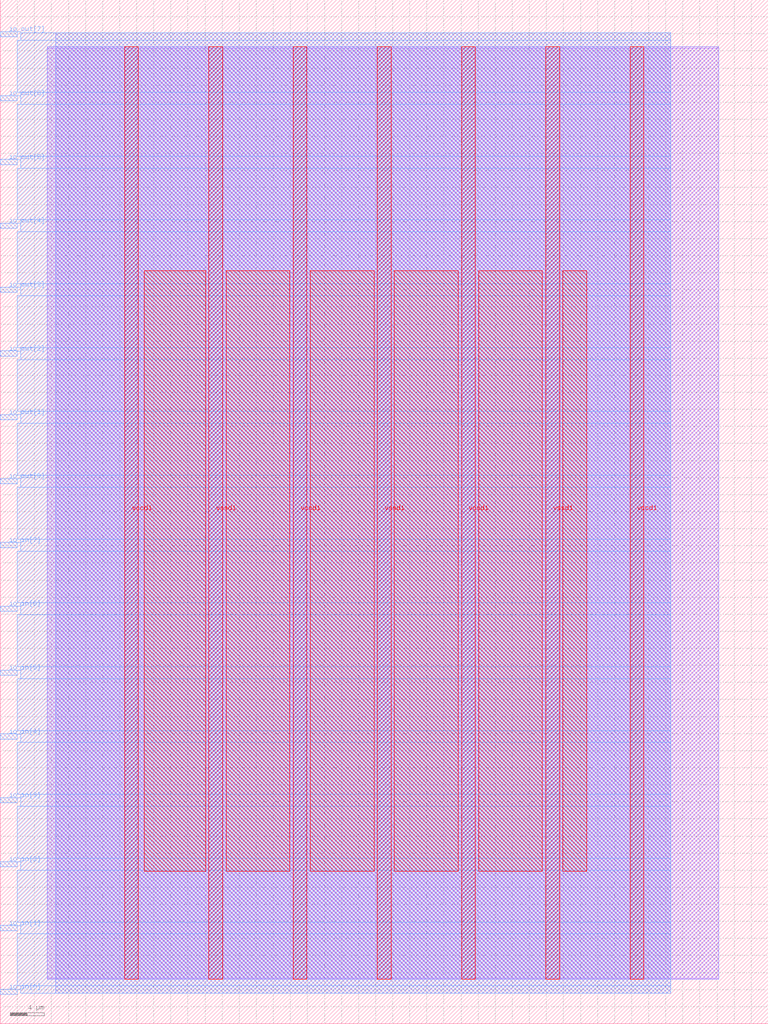
<source format=lef>
VERSION 5.7 ;
  NOWIREEXTENSIONATPIN ON ;
  DIVIDERCHAR "/" ;
  BUSBITCHARS "[]" ;
MACRO chase_the_beat
  CLASS BLOCK ;
  FOREIGN chase_the_beat ;
  ORIGIN 0.000 0.000 ;
  SIZE 90.000 BY 120.000 ;
  PIN io_in[0]
    DIRECTION INPUT ;
    USE SIGNAL ;
    PORT
      LAYER met3 ;
        RECT 0.000 3.440 2.000 4.040 ;
    END
  END io_in[0]
  PIN io_in[1]
    DIRECTION INPUT ;
    USE SIGNAL ;
    PORT
      LAYER met3 ;
        RECT 0.000 10.920 2.000 11.520 ;
    END
  END io_in[1]
  PIN io_in[2]
    DIRECTION INPUT ;
    USE SIGNAL ;
    PORT
      LAYER met3 ;
        RECT 0.000 18.400 2.000 19.000 ;
    END
  END io_in[2]
  PIN io_in[3]
    DIRECTION INPUT ;
    USE SIGNAL ;
    PORT
      LAYER met3 ;
        RECT 0.000 25.880 2.000 26.480 ;
    END
  END io_in[3]
  PIN io_in[4]
    DIRECTION INPUT ;
    USE SIGNAL ;
    PORT
      LAYER met3 ;
        RECT 0.000 33.360 2.000 33.960 ;
    END
  END io_in[4]
  PIN io_in[5]
    DIRECTION INPUT ;
    USE SIGNAL ;
    PORT
      LAYER met3 ;
        RECT 0.000 40.840 2.000 41.440 ;
    END
  END io_in[5]
  PIN io_in[6]
    DIRECTION INPUT ;
    USE SIGNAL ;
    PORT
      LAYER met3 ;
        RECT 0.000 48.320 2.000 48.920 ;
    END
  END io_in[6]
  PIN io_in[7]
    DIRECTION INPUT ;
    USE SIGNAL ;
    PORT
      LAYER met3 ;
        RECT 0.000 55.800 2.000 56.400 ;
    END
  END io_in[7]
  PIN io_out[0]
    DIRECTION OUTPUT TRISTATE ;
    USE SIGNAL ;
    PORT
      LAYER met3 ;
        RECT 0.000 63.280 2.000 63.880 ;
    END
  END io_out[0]
  PIN io_out[1]
    DIRECTION OUTPUT TRISTATE ;
    USE SIGNAL ;
    PORT
      LAYER met3 ;
        RECT 0.000 70.760 2.000 71.360 ;
    END
  END io_out[1]
  PIN io_out[2]
    DIRECTION OUTPUT TRISTATE ;
    USE SIGNAL ;
    PORT
      LAYER met3 ;
        RECT 0.000 78.240 2.000 78.840 ;
    END
  END io_out[2]
  PIN io_out[3]
    DIRECTION OUTPUT TRISTATE ;
    USE SIGNAL ;
    PORT
      LAYER met3 ;
        RECT 0.000 85.720 2.000 86.320 ;
    END
  END io_out[3]
  PIN io_out[4]
    DIRECTION OUTPUT TRISTATE ;
    USE SIGNAL ;
    PORT
      LAYER met3 ;
        RECT 0.000 93.200 2.000 93.800 ;
    END
  END io_out[4]
  PIN io_out[5]
    DIRECTION OUTPUT TRISTATE ;
    USE SIGNAL ;
    PORT
      LAYER met3 ;
        RECT 0.000 100.680 2.000 101.280 ;
    END
  END io_out[5]
  PIN io_out[6]
    DIRECTION OUTPUT TRISTATE ;
    USE SIGNAL ;
    PORT
      LAYER met3 ;
        RECT 0.000 108.160 2.000 108.760 ;
    END
  END io_out[6]
  PIN io_out[7]
    DIRECTION OUTPUT TRISTATE ;
    USE SIGNAL ;
    PORT
      LAYER met3 ;
        RECT 0.000 115.640 2.000 116.240 ;
    END
  END io_out[7]
  PIN vccd1
    DIRECTION INOUT ;
    USE POWER ;
    PORT
      LAYER met4 ;
        RECT 14.590 5.200 16.190 114.480 ;
    END
    PORT
      LAYER met4 ;
        RECT 34.330 5.200 35.930 114.480 ;
    END
    PORT
      LAYER met4 ;
        RECT 54.070 5.200 55.670 114.480 ;
    END
    PORT
      LAYER met4 ;
        RECT 73.810 5.200 75.410 114.480 ;
    END
  END vccd1
  PIN vssd1
    DIRECTION INOUT ;
    USE GROUND ;
    PORT
      LAYER met4 ;
        RECT 24.460 5.200 26.060 114.480 ;
    END
    PORT
      LAYER met4 ;
        RECT 44.200 5.200 45.800 114.480 ;
    END
    PORT
      LAYER met4 ;
        RECT 63.940 5.200 65.540 114.480 ;
    END
  END vssd1
  OBS
      LAYER li1 ;
        RECT 5.520 5.355 84.180 114.325 ;
      LAYER met1 ;
        RECT 5.520 5.200 84.180 114.480 ;
      LAYER met2 ;
        RECT 6.530 3.555 78.570 116.125 ;
      LAYER met3 ;
        RECT 2.400 115.240 78.595 116.105 ;
        RECT 2.000 109.160 78.595 115.240 ;
        RECT 2.400 107.760 78.595 109.160 ;
        RECT 2.000 101.680 78.595 107.760 ;
        RECT 2.400 100.280 78.595 101.680 ;
        RECT 2.000 94.200 78.595 100.280 ;
        RECT 2.400 92.800 78.595 94.200 ;
        RECT 2.000 86.720 78.595 92.800 ;
        RECT 2.400 85.320 78.595 86.720 ;
        RECT 2.000 79.240 78.595 85.320 ;
        RECT 2.400 77.840 78.595 79.240 ;
        RECT 2.000 71.760 78.595 77.840 ;
        RECT 2.400 70.360 78.595 71.760 ;
        RECT 2.000 64.280 78.595 70.360 ;
        RECT 2.400 62.880 78.595 64.280 ;
        RECT 2.000 56.800 78.595 62.880 ;
        RECT 2.400 55.400 78.595 56.800 ;
        RECT 2.000 49.320 78.595 55.400 ;
        RECT 2.400 47.920 78.595 49.320 ;
        RECT 2.000 41.840 78.595 47.920 ;
        RECT 2.400 40.440 78.595 41.840 ;
        RECT 2.000 34.360 78.595 40.440 ;
        RECT 2.400 32.960 78.595 34.360 ;
        RECT 2.000 26.880 78.595 32.960 ;
        RECT 2.400 25.480 78.595 26.880 ;
        RECT 2.000 19.400 78.595 25.480 ;
        RECT 2.400 18.000 78.595 19.400 ;
        RECT 2.000 11.920 78.595 18.000 ;
        RECT 2.400 10.520 78.595 11.920 ;
        RECT 2.000 4.440 78.595 10.520 ;
        RECT 2.400 3.575 78.595 4.440 ;
      LAYER met4 ;
        RECT 16.855 17.855 24.060 88.225 ;
        RECT 26.460 17.855 33.930 88.225 ;
        RECT 36.330 17.855 43.800 88.225 ;
        RECT 46.200 17.855 53.670 88.225 ;
        RECT 56.070 17.855 63.540 88.225 ;
        RECT 65.940 17.855 68.705 88.225 ;
  END
END chase_the_beat
END LIBRARY


</source>
